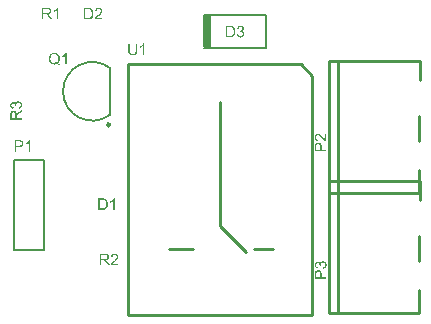
<source format=gto>
%FSLAX25Y25*%
%MOIN*%
G70*
G01*
G75*
G04 Layer_Color=65535*
%ADD10R,0.03543X0.03150*%
%ADD11R,0.03150X0.03543*%
%ADD12C,0.02500*%
%ADD13O,0.07874X0.03937*%
%ADD14O,0.07874X0.03937*%
%ADD15C,0.10000*%
%ADD16C,0.07874*%
%ADD17R,0.07874X0.07874*%
%ADD18C,0.12500*%
%ADD19R,0.05906X0.05906*%
%ADD20C,0.05906*%
%ADD21C,0.00984*%
%ADD22C,0.00787*%
%ADD23C,0.01000*%
%ADD24R,0.03150X0.11024*%
G36*
X362743Y328355D02*
X362790Y328349D01*
X362842Y328343D01*
X362901Y328338D01*
X362965Y328320D01*
X363105Y328285D01*
X363252Y328232D01*
X363328Y328197D01*
X363398Y328156D01*
X363462Y328104D01*
X363527Y328051D01*
X363532Y328045D01*
X363538Y328039D01*
X363556Y328022D01*
X363579Y327998D01*
X363603Y327963D01*
X363632Y327928D01*
X363690Y327840D01*
X363749Y327729D01*
X363802Y327601D01*
X363843Y327454D01*
X363848Y327372D01*
X363854Y327291D01*
Y327279D01*
Y327250D01*
X363848Y327203D01*
X363843Y327144D01*
X363831Y327074D01*
X363813Y326998D01*
X363790Y326916D01*
X363755Y326834D01*
X363749Y326822D01*
X363737Y326793D01*
X363714Y326752D01*
X363679Y326694D01*
X363638Y326624D01*
X363585Y326542D01*
X363515Y326460D01*
X363439Y326366D01*
X363427Y326354D01*
X363398Y326319D01*
X363345Y326267D01*
X363310Y326232D01*
X363269Y326191D01*
X363222Y326144D01*
X363164Y326091D01*
X363105Y326039D01*
X363041Y325974D01*
X362971Y325910D01*
X362889Y325840D01*
X362807Y325769D01*
X362714Y325688D01*
X362708Y325682D01*
X362696Y325670D01*
X362672Y325652D01*
X362643Y325629D01*
X362573Y325571D01*
X362485Y325495D01*
X362398Y325413D01*
X362304Y325331D01*
X362228Y325260D01*
X362199Y325231D01*
X362169Y325202D01*
X362163Y325196D01*
X362152Y325179D01*
X362128Y325155D01*
X362099Y325120D01*
X362035Y325044D01*
X361970Y324951D01*
X363860D01*
Y324500D01*
X361315D01*
Y324506D01*
Y324529D01*
Y324564D01*
X361321Y324605D01*
X361327Y324652D01*
X361333Y324705D01*
X361350Y324763D01*
X361368Y324822D01*
Y324828D01*
X361374Y324833D01*
X361385Y324869D01*
X361409Y324915D01*
X361444Y324986D01*
X361485Y325062D01*
X361543Y325149D01*
X361602Y325237D01*
X361678Y325331D01*
Y325337D01*
X361690Y325342D01*
X361719Y325377D01*
X361766Y325430D01*
X361836Y325500D01*
X361924Y325582D01*
X362029Y325682D01*
X362158Y325793D01*
X362298Y325916D01*
X362304Y325922D01*
X362327Y325939D01*
X362357Y325962D01*
X362398Y326004D01*
X362450Y326044D01*
X362509Y326097D01*
X362637Y326208D01*
X362778Y326343D01*
X362918Y326477D01*
X362988Y326542D01*
X363047Y326606D01*
X363100Y326670D01*
X363146Y326729D01*
Y326735D01*
X363158Y326741D01*
X363170Y326758D01*
X363181Y326782D01*
X363217Y326840D01*
X363258Y326916D01*
X363299Y327004D01*
X363334Y327097D01*
X363357Y327203D01*
X363369Y327302D01*
Y327308D01*
Y327314D01*
X363363Y327349D01*
X363357Y327402D01*
X363345Y327466D01*
X363316Y327542D01*
X363281Y327618D01*
X363234Y327700D01*
X363164Y327776D01*
X363152Y327782D01*
X363129Y327805D01*
X363082Y327835D01*
X363023Y327875D01*
X362947Y327911D01*
X362860Y327940D01*
X362754Y327963D01*
X362637Y327969D01*
X362602D01*
X362579Y327963D01*
X362520Y327957D01*
X362444Y327946D01*
X362357Y327916D01*
X362263Y327881D01*
X362175Y327829D01*
X362093Y327758D01*
X362087Y327747D01*
X362064Y327723D01*
X362029Y327677D01*
X361994Y327612D01*
X361953Y327530D01*
X361924Y327437D01*
X361900Y327326D01*
X361889Y327197D01*
X361403Y327250D01*
Y327255D01*
Y327273D01*
X361409Y327302D01*
X361415Y327337D01*
X361426Y327384D01*
X361432Y327437D01*
X361467Y327554D01*
X361514Y327688D01*
X361578Y327823D01*
X361666Y327957D01*
X361713Y328016D01*
X361772Y328074D01*
X361777Y328080D01*
X361789Y328086D01*
X361807Y328104D01*
X361830Y328121D01*
X361865Y328139D01*
X361906Y328168D01*
X361953Y328191D01*
X362006Y328221D01*
X362064Y328244D01*
X362128Y328273D01*
X362205Y328297D01*
X362281Y328314D01*
X362456Y328349D01*
X362550Y328355D01*
X362649Y328361D01*
X362702D01*
X362743Y328355D01*
D02*
G37*
G36*
X435850Y240925D02*
X435891Y240919D01*
X435944Y240913D01*
X435996Y240908D01*
X436055Y240890D01*
X436189Y240855D01*
X436324Y240796D01*
X436394Y240761D01*
X436464Y240720D01*
X436534Y240673D01*
X436599Y240615D01*
X436605Y240609D01*
X436611Y240597D01*
X436628Y240580D01*
X436651Y240556D01*
X436675Y240515D01*
X436704Y240475D01*
X436733Y240422D01*
X436763Y240357D01*
X436798Y240287D01*
X436827Y240206D01*
X436856Y240112D01*
X436880Y240012D01*
X436903Y239895D01*
X436920Y239773D01*
X436926Y239638D01*
X436932Y239492D01*
Y238509D01*
X438500D01*
Y238000D01*
X434656D01*
Y239445D01*
Y239451D01*
Y239462D01*
Y239480D01*
Y239509D01*
Y239574D01*
X434662Y239661D01*
X434668Y239755D01*
X434674Y239854D01*
X434686Y239948D01*
X434697Y240030D01*
Y240036D01*
Y240042D01*
X434709Y240077D01*
X434721Y240129D01*
X434738Y240194D01*
X434762Y240270D01*
X434791Y240346D01*
X434832Y240428D01*
X434879Y240504D01*
X434885Y240510D01*
X434902Y240539D01*
X434932Y240574D01*
X434972Y240615D01*
X435025Y240662D01*
X435089Y240714D01*
X435160Y240767D01*
X435247Y240814D01*
X435259Y240820D01*
X435288Y240831D01*
X435335Y240849D01*
X435399Y240872D01*
X435476Y240896D01*
X435563Y240913D01*
X435663Y240925D01*
X435768Y240931D01*
X435815D01*
X435850Y240925D01*
D02*
G37*
G36*
X437447Y243897D02*
X437494Y243891D01*
X437541Y243885D01*
X437599Y243873D01*
X437658Y243856D01*
X437792Y243815D01*
X437868Y243786D01*
X437938Y243745D01*
X438009Y243704D01*
X438079Y243657D01*
X438149Y243599D01*
X438219Y243534D01*
X438225Y243528D01*
X438237Y243517D01*
X438248Y243499D01*
X438272Y243470D01*
X438301Y243435D01*
X438330Y243388D01*
X438360Y243335D01*
X438389Y243283D01*
X438424Y243218D01*
X438453Y243148D01*
X438482Y243072D01*
X438512Y242990D01*
X438535Y242902D01*
X438547Y242809D01*
X438558Y242709D01*
X438564Y242610D01*
Y242604D01*
Y242586D01*
Y242563D01*
X438558Y242528D01*
X438553Y242481D01*
X438547Y242434D01*
X438541Y242376D01*
X438529Y242317D01*
X438494Y242183D01*
X438436Y242042D01*
X438406Y241972D01*
X438365Y241908D01*
X438319Y241838D01*
X438266Y241773D01*
X438260Y241767D01*
X438254Y241761D01*
X438237Y241744D01*
X438213Y241721D01*
X438178Y241697D01*
X438143Y241668D01*
X438102Y241633D01*
X438055Y241604D01*
X437938Y241533D01*
X437804Y241475D01*
X437652Y241422D01*
X437570Y241405D01*
X437482Y241393D01*
X437418Y241867D01*
X437424D01*
X437435Y241873D01*
X437459D01*
X437482Y241884D01*
X437552Y241902D01*
X437640Y241931D01*
X437734Y241966D01*
X437833Y242013D01*
X437921Y242072D01*
X437997Y242136D01*
X438003Y242148D01*
X438026Y242171D01*
X438050Y242212D01*
X438085Y242270D01*
X438114Y242335D01*
X438143Y242417D01*
X438167Y242510D01*
X438172Y242610D01*
Y242616D01*
Y242627D01*
Y242645D01*
X438167Y242668D01*
X438161Y242727D01*
X438143Y242803D01*
X438114Y242897D01*
X438079Y242990D01*
X438020Y243084D01*
X437944Y243171D01*
X437932Y243183D01*
X437903Y243207D01*
X437856Y243242D01*
X437786Y243288D01*
X437704Y243329D01*
X437605Y243364D01*
X437494Y243388D01*
X437371Y243400D01*
X437342D01*
X437318Y243394D01*
X437260Y243388D01*
X437184Y243370D01*
X437102Y243347D01*
X437008Y243306D01*
X436920Y243253D01*
X436839Y243183D01*
X436827Y243171D01*
X436803Y243148D01*
X436774Y243101D01*
X436733Y243037D01*
X436692Y242961D01*
X436663Y242867D01*
X436640Y242768D01*
X436628Y242651D01*
Y242645D01*
Y242627D01*
Y242598D01*
X436634Y242557D01*
X436640Y242510D01*
X436646Y242452D01*
X436657Y242388D01*
X436675Y242317D01*
X436260Y242370D01*
Y242376D01*
Y242399D01*
X436265Y242423D01*
Y242446D01*
Y242452D01*
Y242458D01*
Y242475D01*
Y242499D01*
X436260Y242551D01*
X436248Y242627D01*
X436230Y242709D01*
X436201Y242797D01*
X436166Y242891D01*
X436113Y242984D01*
X436107Y242996D01*
X436084Y243025D01*
X436043Y243060D01*
X435990Y243107D01*
X435926Y243154D01*
X435844Y243189D01*
X435745Y243218D01*
X435628Y243230D01*
X435587D01*
X435540Y243218D01*
X435476Y243207D01*
X435411Y243189D01*
X435341Y243154D01*
X435265Y243113D01*
X435201Y243054D01*
X435195Y243049D01*
X435171Y243025D01*
X435142Y242984D01*
X435113Y242932D01*
X435078Y242867D01*
X435054Y242791D01*
X435031Y242703D01*
X435025Y242604D01*
Y242598D01*
Y242592D01*
Y242557D01*
X435037Y242505D01*
X435048Y242446D01*
X435066Y242370D01*
X435101Y242294D01*
X435142Y242218D01*
X435201Y242142D01*
X435207Y242136D01*
X435230Y242113D01*
X435271Y242083D01*
X435329Y242048D01*
X435399Y242007D01*
X435487Y241972D01*
X435593Y241937D01*
X435715Y241914D01*
X435634Y241440D01*
X435628D01*
X435610Y241446D01*
X435587Y241452D01*
X435557Y241457D01*
X435517Y241469D01*
X435470Y241481D01*
X435364Y241522D01*
X435247Y241568D01*
X435124Y241639D01*
X435007Y241721D01*
X434902Y241826D01*
X434896Y241832D01*
X434891Y241838D01*
X434879Y241855D01*
X434861Y241884D01*
X434844Y241914D01*
X434820Y241949D01*
X434768Y242037D01*
X434721Y242148D01*
X434680Y242282D01*
X434651Y242428D01*
X434639Y242510D01*
Y242592D01*
Y242598D01*
Y242604D01*
Y242621D01*
Y242645D01*
X434645Y242703D01*
X434656Y242779D01*
X434674Y242867D01*
X434697Y242967D01*
X434733Y243066D01*
X434779Y243165D01*
Y243171D01*
X434785Y243177D01*
X434803Y243212D01*
X434832Y243259D01*
X434873Y243318D01*
X434926Y243382D01*
X434990Y243452D01*
X435066Y243517D01*
X435148Y243575D01*
X435160Y243581D01*
X435189Y243599D01*
X435236Y243622D01*
X435294Y243645D01*
X435370Y243669D01*
X435452Y243692D01*
X435540Y243710D01*
X435639Y243716D01*
X435680D01*
X435727Y243710D01*
X435786Y243698D01*
X435856Y243680D01*
X435932Y243657D01*
X436014Y243628D01*
X436090Y243581D01*
X436101Y243575D01*
X436125Y243558D01*
X436160Y243522D01*
X436207Y243481D01*
X436260Y243423D01*
X436312Y243359D01*
X436371Y243277D01*
X436417Y243183D01*
Y243189D01*
X436423Y243201D01*
Y243218D01*
X436435Y243242D01*
X436452Y243300D01*
X436488Y243376D01*
X436528Y243458D01*
X436587Y243546D01*
X436657Y243634D01*
X436745Y243710D01*
X436757Y243716D01*
X436792Y243739D01*
X436844Y243768D01*
X436915Y243809D01*
X437002Y243844D01*
X437108Y243873D01*
X437231Y243897D01*
X437365Y243903D01*
X437412D01*
X437447Y243897D01*
D02*
G37*
G36*
X351944Y309500D02*
X351470D01*
Y312507D01*
X351464Y312501D01*
X351441Y312478D01*
X351399Y312448D01*
X351347Y312407D01*
X351283Y312355D01*
X351206Y312302D01*
X351119Y312238D01*
X351019Y312179D01*
X351013D01*
X351008Y312174D01*
X350973Y312150D01*
X350920Y312121D01*
X350855Y312086D01*
X350779Y312045D01*
X350698Y312010D01*
X350610Y311969D01*
X350528Y311934D01*
Y312396D01*
X350534D01*
X350545Y312402D01*
X350569Y312413D01*
X350592Y312431D01*
X350627Y312448D01*
X350668Y312466D01*
X350762Y312519D01*
X350867Y312583D01*
X350984Y312659D01*
X351101Y312747D01*
X351212Y312840D01*
X351218Y312846D01*
X351224Y312852D01*
X351259Y312887D01*
X351312Y312940D01*
X351376Y313004D01*
X351446Y313086D01*
X351517Y313174D01*
X351581Y313267D01*
X351634Y313361D01*
X351944D01*
Y309500D01*
D02*
G37*
G36*
X347919Y313402D02*
X347966D01*
X348024Y313396D01*
X348083Y313384D01*
X348153Y313379D01*
X348299Y313343D01*
X348463Y313297D01*
X348627Y313238D01*
X348709Y313197D01*
X348791Y313150D01*
X348796D01*
X348808Y313139D01*
X348831Y313127D01*
X348861Y313104D01*
X348896Y313080D01*
X348937Y313045D01*
X349030Y312969D01*
X349136Y312870D01*
X349247Y312747D01*
X349346Y312606D01*
X349440Y312442D01*
Y312437D01*
X349451Y312425D01*
X349463Y312396D01*
X349475Y312361D01*
X349493Y312320D01*
X349510Y312273D01*
X349533Y312214D01*
X349557Y312144D01*
X349574Y312074D01*
X349598Y311992D01*
X349633Y311822D01*
X349656Y311629D01*
X349668Y311419D01*
Y311413D01*
Y311395D01*
Y311372D01*
Y311337D01*
X349662Y311296D01*
Y311249D01*
X349656Y311196D01*
X349650Y311132D01*
X349633Y311003D01*
X349604Y310857D01*
X349569Y310711D01*
X349522Y310565D01*
Y310559D01*
X349516Y310547D01*
X349504Y310530D01*
X349493Y310500D01*
X349481Y310471D01*
X349457Y310430D01*
X349411Y310342D01*
X349352Y310243D01*
X349276Y310132D01*
X349188Y310021D01*
X349083Y309910D01*
X349089D01*
X349100Y309898D01*
X349118Y309886D01*
X349141Y309869D01*
X349177Y309851D01*
X349212Y309828D01*
X349299Y309775D01*
X349399Y309716D01*
X349510Y309658D01*
X349627Y309599D01*
X349744Y309553D01*
X349586Y309208D01*
X349580D01*
X349569Y309213D01*
X349545Y309225D01*
X349516Y309237D01*
X349481Y309248D01*
X349434Y309272D01*
X349387Y309295D01*
X349329Y309319D01*
X349206Y309383D01*
X349065Y309465D01*
X348913Y309559D01*
X348761Y309670D01*
X348755D01*
X348744Y309658D01*
X348720Y309646D01*
X348685Y309634D01*
X348644Y309617D01*
X348597Y309594D01*
X348545Y309576D01*
X348486Y309553D01*
X348416Y309529D01*
X348346Y309512D01*
X348182Y309471D01*
X348007Y309447D01*
X347819Y309436D01*
X347767D01*
X347732Y309441D01*
X347685D01*
X347632Y309447D01*
X347574Y309459D01*
X347509Y309465D01*
X347363Y309494D01*
X347205Y309541D01*
X347041Y309599D01*
X346878Y309681D01*
X346872Y309687D01*
X346860Y309693D01*
X346836Y309711D01*
X346807Y309728D01*
X346772Y309752D01*
X346731Y309787D01*
X346638Y309863D01*
X346532Y309962D01*
X346427Y310085D01*
X346322Y310225D01*
X346228Y310389D01*
Y310395D01*
X346216Y310413D01*
X346205Y310436D01*
X346193Y310471D01*
X346176Y310512D01*
X346158Y310565D01*
X346134Y310623D01*
X346117Y310688D01*
X346094Y310764D01*
X346070Y310840D01*
X346035Y311015D01*
X346012Y311208D01*
X346000Y311419D01*
Y311425D01*
Y311442D01*
Y311477D01*
X346006Y311512D01*
Y311565D01*
X346012Y311624D01*
X346018Y311688D01*
X346029Y311758D01*
X346059Y311922D01*
X346094Y312092D01*
X346152Y312273D01*
X346228Y312448D01*
Y312454D01*
X346240Y312472D01*
X346252Y312495D01*
X346269Y312524D01*
X346292Y312565D01*
X346322Y312612D01*
X346398Y312712D01*
X346491Y312829D01*
X346603Y312946D01*
X346731Y313063D01*
X346883Y313162D01*
X346889Y313168D01*
X346901Y313174D01*
X346924Y313186D01*
X346959Y313203D01*
X347000Y313221D01*
X347047Y313238D01*
X347100Y313262D01*
X347164Y313285D01*
X347229Y313308D01*
X347305Y313332D01*
X347463Y313367D01*
X347644Y313396D01*
X347831Y313408D01*
X347884D01*
X347919Y313402D01*
D02*
G37*
G36*
X438500Y283823D02*
X438436D01*
X438395Y283829D01*
X438348Y283835D01*
X438295Y283840D01*
X438237Y283858D01*
X438178Y283875D01*
X438172D01*
X438167Y283881D01*
X438132Y283893D01*
X438085Y283916D01*
X438015Y283951D01*
X437938Y283993D01*
X437851Y284051D01*
X437763Y284109D01*
X437669Y284186D01*
X437664D01*
X437658Y284197D01*
X437622Y284226D01*
X437570Y284273D01*
X437500Y284343D01*
X437418Y284431D01*
X437318Y284537D01*
X437207Y284665D01*
X437084Y284806D01*
X437078Y284811D01*
X437061Y284835D01*
X437038Y284864D01*
X436997Y284905D01*
X436956Y284958D01*
X436903Y285016D01*
X436792Y285145D01*
X436657Y285285D01*
X436523Y285426D01*
X436458Y285496D01*
X436394Y285554D01*
X436330Y285607D01*
X436271Y285654D01*
X436265D01*
X436260Y285665D01*
X436242Y285677D01*
X436219Y285689D01*
X436160Y285724D01*
X436084Y285765D01*
X435996Y285806D01*
X435903Y285841D01*
X435797Y285864D01*
X435698Y285876D01*
X435686D01*
X435651Y285870D01*
X435598Y285864D01*
X435534Y285853D01*
X435458Y285823D01*
X435382Y285788D01*
X435300Y285742D01*
X435224Y285671D01*
X435218Y285660D01*
X435195Y285636D01*
X435166Y285590D01*
X435124Y285531D01*
X435089Y285455D01*
X435060Y285367D01*
X435037Y285262D01*
X435031Y285145D01*
Y285139D01*
Y285127D01*
Y285110D01*
X435037Y285086D01*
X435043Y285028D01*
X435054Y284952D01*
X435084Y284864D01*
X435119Y284770D01*
X435171Y284683D01*
X435242Y284601D01*
X435253Y284595D01*
X435277Y284572D01*
X435323Y284537D01*
X435388Y284501D01*
X435470Y284460D01*
X435563Y284431D01*
X435674Y284408D01*
X435803Y284396D01*
X435750Y283911D01*
X435727D01*
X435698Y283916D01*
X435663Y283922D01*
X435616Y283934D01*
X435563Y283940D01*
X435446Y283975D01*
X435312Y284022D01*
X435177Y284086D01*
X435043Y284174D01*
X434984Y284221D01*
X434926Y284279D01*
X434920Y284285D01*
X434914Y284297D01*
X434896Y284314D01*
X434879Y284338D01*
X434861Y284373D01*
X434832Y284414D01*
X434809Y284460D01*
X434779Y284513D01*
X434756Y284572D01*
X434727Y284636D01*
X434703Y284712D01*
X434686Y284788D01*
X434651Y284963D01*
X434645Y285057D01*
X434639Y285157D01*
Y285162D01*
Y285180D01*
Y285209D01*
X434645Y285250D01*
X434651Y285297D01*
X434656Y285350D01*
X434662Y285408D01*
X434680Y285472D01*
X434715Y285613D01*
X434768Y285759D01*
X434803Y285835D01*
X434844Y285905D01*
X434896Y285970D01*
X434949Y286034D01*
X434955Y286040D01*
X434961Y286046D01*
X434978Y286063D01*
X435002Y286087D01*
X435037Y286110D01*
X435072Y286139D01*
X435160Y286198D01*
X435271Y286256D01*
X435399Y286309D01*
X435546Y286350D01*
X435628Y286356D01*
X435710Y286362D01*
X435750D01*
X435797Y286356D01*
X435856Y286350D01*
X435926Y286338D01*
X436002Y286321D01*
X436084Y286297D01*
X436166Y286262D01*
X436177Y286256D01*
X436207Y286245D01*
X436248Y286221D01*
X436306Y286186D01*
X436376Y286145D01*
X436458Y286093D01*
X436540Y286022D01*
X436634Y285946D01*
X436646Y285935D01*
X436681Y285905D01*
X436733Y285853D01*
X436768Y285818D01*
X436809Y285777D01*
X436856Y285730D01*
X436909Y285671D01*
X436961Y285613D01*
X437026Y285548D01*
X437090Y285478D01*
X437160Y285397D01*
X437231Y285315D01*
X437312Y285221D01*
X437318Y285215D01*
X437330Y285203D01*
X437348Y285180D01*
X437371Y285151D01*
X437429Y285081D01*
X437505Y284993D01*
X437587Y284905D01*
X437669Y284811D01*
X437740Y284735D01*
X437769Y284706D01*
X437798Y284677D01*
X437804Y284671D01*
X437821Y284659D01*
X437845Y284636D01*
X437880Y284607D01*
X437956Y284542D01*
X438050Y284478D01*
Y286368D01*
X438500D01*
Y283823D01*
D02*
G37*
G36*
X336261Y284238D02*
X336355Y284232D01*
X336454Y284226D01*
X336548Y284214D01*
X336630Y284203D01*
X336642D01*
X336677Y284191D01*
X336729Y284179D01*
X336794Y284161D01*
X336870Y284138D01*
X336946Y284109D01*
X337028Y284068D01*
X337104Y284021D01*
X337110Y284015D01*
X337139Y283998D01*
X337174Y283968D01*
X337215Y283928D01*
X337262Y283875D01*
X337314Y283811D01*
X337367Y283740D01*
X337414Y283653D01*
X337420Y283641D01*
X337431Y283612D01*
X337449Y283565D01*
X337472Y283501D01*
X337496Y283424D01*
X337513Y283337D01*
X337525Y283237D01*
X337531Y283132D01*
Y283126D01*
Y283109D01*
Y283085D01*
X337525Y283050D01*
X337519Y283009D01*
X337513Y282956D01*
X337508Y282904D01*
X337490Y282845D01*
X337455Y282711D01*
X337396Y282576D01*
X337361Y282506D01*
X337320Y282436D01*
X337274Y282366D01*
X337215Y282301D01*
X337209Y282295D01*
X337197Y282290D01*
X337180Y282272D01*
X337156Y282249D01*
X337116Y282225D01*
X337074Y282196D01*
X337022Y282167D01*
X336958Y282137D01*
X336887Y282102D01*
X336806Y282073D01*
X336712Y282044D01*
X336612Y282020D01*
X336495Y281997D01*
X336373Y281979D01*
X336238Y281974D01*
X336092Y281968D01*
X335109D01*
Y280400D01*
X334600D01*
Y284243D01*
X336174D01*
X336261Y284238D01*
D02*
G37*
G36*
X409996Y322355D02*
X410072Y322343D01*
X410160Y322326D01*
X410259Y322303D01*
X410359Y322267D01*
X410458Y322221D01*
X410464D01*
X410470Y322215D01*
X410505Y322197D01*
X410552Y322168D01*
X410610Y322127D01*
X410674Y322074D01*
X410745Y322010D01*
X410809Y321934D01*
X410868Y321852D01*
X410873Y321840D01*
X410891Y321811D01*
X410914Y321764D01*
X410938Y321706D01*
X410961Y321630D01*
X410985Y321548D01*
X411002Y321460D01*
X411008Y321361D01*
Y321349D01*
Y321320D01*
X411002Y321273D01*
X410990Y321214D01*
X410973Y321144D01*
X410949Y321068D01*
X410920Y320986D01*
X410873Y320910D01*
X410868Y320899D01*
X410850Y320875D01*
X410815Y320840D01*
X410774Y320793D01*
X410715Y320741D01*
X410651Y320688D01*
X410569Y320629D01*
X410476Y320583D01*
X410482D01*
X410493Y320577D01*
X410511D01*
X410534Y320565D01*
X410593Y320548D01*
X410669Y320512D01*
X410751Y320472D01*
X410838Y320413D01*
X410926Y320343D01*
X411002Y320255D01*
X411008Y320243D01*
X411031Y320208D01*
X411061Y320156D01*
X411102Y320085D01*
X411137Y319998D01*
X411166Y319892D01*
X411189Y319770D01*
X411195Y319635D01*
Y319629D01*
Y319612D01*
Y319588D01*
X411189Y319553D01*
X411183Y319506D01*
X411178Y319459D01*
X411166Y319401D01*
X411148Y319342D01*
X411107Y319208D01*
X411078Y319132D01*
X411037Y319062D01*
X410996Y318991D01*
X410949Y318921D01*
X410891Y318851D01*
X410827Y318781D01*
X410821Y318775D01*
X410809Y318763D01*
X410791Y318752D01*
X410762Y318728D01*
X410727Y318699D01*
X410680Y318670D01*
X410628Y318640D01*
X410575Y318611D01*
X410511Y318576D01*
X410440Y318547D01*
X410364Y318517D01*
X410283Y318488D01*
X410195Y318465D01*
X410101Y318453D01*
X410002Y318442D01*
X409902Y318436D01*
X409856D01*
X409820Y318442D01*
X409774Y318447D01*
X409727Y318453D01*
X409668Y318459D01*
X409610Y318471D01*
X409475Y318506D01*
X409335Y318564D01*
X409265Y318594D01*
X409200Y318635D01*
X409130Y318681D01*
X409066Y318734D01*
X409060Y318740D01*
X409054Y318746D01*
X409036Y318763D01*
X409013Y318787D01*
X408990Y318822D01*
X408960Y318857D01*
X408925Y318898D01*
X408896Y318945D01*
X408826Y319062D01*
X408767Y319196D01*
X408715Y319348D01*
X408697Y319430D01*
X408685Y319518D01*
X409159Y319582D01*
Y319576D01*
X409165Y319565D01*
Y319541D01*
X409177Y319518D01*
X409195Y319448D01*
X409224Y319360D01*
X409259Y319266D01*
X409306Y319167D01*
X409364Y319079D01*
X409429Y319003D01*
X409440Y318997D01*
X409464Y318974D01*
X409505Y318951D01*
X409563Y318915D01*
X409627Y318886D01*
X409709Y318857D01*
X409803Y318833D01*
X409902Y318828D01*
X409937D01*
X409961Y318833D01*
X410019Y318839D01*
X410095Y318857D01*
X410189Y318886D01*
X410283Y318921D01*
X410376Y318980D01*
X410464Y319056D01*
X410476Y319068D01*
X410499Y319097D01*
X410534Y319144D01*
X410581Y319214D01*
X410622Y319296D01*
X410657Y319395D01*
X410680Y319506D01*
X410692Y319629D01*
Y319635D01*
Y319641D01*
Y319658D01*
X410686Y319682D01*
X410680Y319740D01*
X410663Y319816D01*
X410639Y319898D01*
X410598Y319992D01*
X410546Y320079D01*
X410476Y320161D01*
X410464Y320173D01*
X410440Y320197D01*
X410394Y320226D01*
X410329Y320267D01*
X410253Y320308D01*
X410160Y320337D01*
X410060Y320360D01*
X409943Y320372D01*
X409891D01*
X409850Y320366D01*
X409803Y320360D01*
X409744Y320354D01*
X409680Y320343D01*
X409610Y320325D01*
X409662Y320741D01*
X409692D01*
X409715Y320735D01*
X409791D01*
X409844Y320741D01*
X409920Y320752D01*
X410002Y320770D01*
X410089Y320799D01*
X410183Y320834D01*
X410277Y320887D01*
X410288Y320893D01*
X410318Y320916D01*
X410353Y320957D01*
X410399Y321010D01*
X410446Y321074D01*
X410482Y321156D01*
X410511Y321255D01*
X410522Y321372D01*
Y321378D01*
Y321384D01*
Y321413D01*
X410511Y321460D01*
X410499Y321524D01*
X410482Y321589D01*
X410446Y321659D01*
X410405Y321735D01*
X410347Y321799D01*
X410341Y321805D01*
X410318Y321829D01*
X410277Y321858D01*
X410224Y321887D01*
X410160Y321922D01*
X410084Y321946D01*
X409996Y321969D01*
X409897Y321975D01*
X409850D01*
X409797Y321963D01*
X409738Y321952D01*
X409662Y321934D01*
X409586Y321899D01*
X409510Y321858D01*
X409434Y321799D01*
X409429Y321794D01*
X409405Y321770D01*
X409376Y321729D01*
X409341Y321671D01*
X409300Y321601D01*
X409265Y321513D01*
X409230Y321408D01*
X409206Y321285D01*
X408732Y321367D01*
Y321372D01*
X408738Y321390D01*
X408744Y321413D01*
X408750Y321443D01*
X408762Y321483D01*
X408773Y321530D01*
X408814Y321636D01*
X408861Y321753D01*
X408931Y321876D01*
X409013Y321992D01*
X409118Y322098D01*
X409124Y322104D01*
X409130Y322110D01*
X409148Y322121D01*
X409177Y322139D01*
X409206Y322156D01*
X409241Y322180D01*
X409329Y322232D01*
X409440Y322279D01*
X409575Y322320D01*
X409721Y322349D01*
X409803Y322361D01*
X409937D01*
X409996Y322355D01*
D02*
G37*
G36*
X339766Y280400D02*
X339292D01*
Y283407D01*
X339286Y283401D01*
X339262Y283378D01*
X339222Y283348D01*
X339169Y283308D01*
X339105Y283255D01*
X339029Y283202D01*
X338941Y283138D01*
X338841Y283079D01*
X338835D01*
X338830Y283073D01*
X338794Y283050D01*
X338742Y283021D01*
X338677Y282986D01*
X338601Y282945D01*
X338520Y282910D01*
X338432Y282869D01*
X338350Y282834D01*
Y283296D01*
X338356D01*
X338367Y283302D01*
X338391Y283313D01*
X338414Y283331D01*
X338449Y283348D01*
X338490Y283366D01*
X338584Y283419D01*
X338689Y283483D01*
X338806Y283559D01*
X338923Y283647D01*
X339034Y283740D01*
X339040Y283746D01*
X339046Y283752D01*
X339081Y283787D01*
X339134Y283840D01*
X339198Y283904D01*
X339268Y283986D01*
X339338Y284074D01*
X339403Y284167D01*
X339456Y284261D01*
X339766D01*
Y280400D01*
D02*
G37*
G36*
X435850Y283425D02*
X435891Y283419D01*
X435944Y283413D01*
X435996Y283407D01*
X436055Y283390D01*
X436189Y283355D01*
X436324Y283296D01*
X436394Y283261D01*
X436464Y283220D01*
X436534Y283173D01*
X436599Y283115D01*
X436605Y283109D01*
X436611Y283097D01*
X436628Y283080D01*
X436651Y283056D01*
X436675Y283015D01*
X436704Y282975D01*
X436733Y282922D01*
X436763Y282857D01*
X436798Y282787D01*
X436827Y282705D01*
X436856Y282612D01*
X436880Y282512D01*
X436903Y282395D01*
X436920Y282273D01*
X436926Y282138D01*
X436932Y281992D01*
Y281009D01*
X438500D01*
Y280500D01*
X434656D01*
Y281945D01*
Y281951D01*
Y281962D01*
Y281980D01*
Y282009D01*
Y282074D01*
X434662Y282161D01*
X434668Y282255D01*
X434674Y282354D01*
X434686Y282448D01*
X434697Y282530D01*
Y282536D01*
Y282542D01*
X434709Y282577D01*
X434721Y282629D01*
X434738Y282694D01*
X434762Y282770D01*
X434791Y282846D01*
X434832Y282928D01*
X434879Y283004D01*
X434885Y283010D01*
X434902Y283039D01*
X434932Y283074D01*
X434972Y283115D01*
X435025Y283162D01*
X435089Y283214D01*
X435160Y283267D01*
X435247Y283314D01*
X435259Y283320D01*
X435288Y283331D01*
X435335Y283349D01*
X435399Y283372D01*
X435476Y283396D01*
X435563Y283413D01*
X435663Y283425D01*
X435768Y283431D01*
X435815D01*
X435850Y283425D01*
D02*
G37*
G36*
X406574Y322338D02*
X406679Y322332D01*
X406796Y322320D01*
X406907Y322303D01*
X407001Y322285D01*
X407007D01*
X407018Y322279D01*
X407030D01*
X407053Y322267D01*
X407118Y322250D01*
X407194Y322221D01*
X407281Y322185D01*
X407375Y322139D01*
X407469Y322080D01*
X407562Y322010D01*
X407568D01*
X407574Y321998D01*
X407615Y321963D01*
X407668Y321905D01*
X407732Y321829D01*
X407808Y321735D01*
X407884Y321624D01*
X407954Y321495D01*
X408019Y321349D01*
Y321343D01*
X408024Y321331D01*
X408030Y321308D01*
X408042Y321279D01*
X408054Y321244D01*
X408065Y321197D01*
X408083Y321144D01*
X408095Y321086D01*
X408106Y321021D01*
X408124Y320951D01*
X408147Y320799D01*
X408165Y320629D01*
X408171Y320442D01*
Y320436D01*
Y320425D01*
Y320401D01*
Y320366D01*
X408165Y320331D01*
Y320284D01*
X408159Y320179D01*
X408147Y320062D01*
X408124Y319927D01*
X408101Y319793D01*
X408065Y319664D01*
Y319658D01*
X408060Y319647D01*
X408054Y319629D01*
X408048Y319606D01*
X408024Y319547D01*
X407995Y319465D01*
X407960Y319377D01*
X407913Y319284D01*
X407861Y319190D01*
X407802Y319103D01*
X407796Y319091D01*
X407773Y319068D01*
X407744Y319026D01*
X407697Y318974D01*
X407650Y318921D01*
X407586Y318863D01*
X407521Y318804D01*
X407451Y318752D01*
X407445Y318746D01*
X407416Y318734D01*
X407375Y318711D01*
X407322Y318681D01*
X407258Y318652D01*
X407182Y318623D01*
X407094Y318594D01*
X406995Y318564D01*
X406983D01*
X406948Y318553D01*
X406895Y318547D01*
X406819Y318535D01*
X406732Y318523D01*
X406626Y318512D01*
X406509Y318506D01*
X406381Y318500D01*
X405000D01*
Y322343D01*
X406474D01*
X406574Y322338D01*
D02*
G37*
G36*
X359274Y328338D02*
X359379Y328332D01*
X359496Y328320D01*
X359607Y328303D01*
X359701Y328285D01*
X359707D01*
X359718Y328279D01*
X359730D01*
X359753Y328267D01*
X359818Y328250D01*
X359894Y328221D01*
X359981Y328186D01*
X360075Y328139D01*
X360169Y328080D01*
X360262Y328010D01*
X360268D01*
X360274Y327998D01*
X360315Y327963D01*
X360368Y327905D01*
X360432Y327829D01*
X360508Y327735D01*
X360584Y327624D01*
X360654Y327495D01*
X360719Y327349D01*
Y327343D01*
X360724Y327331D01*
X360730Y327308D01*
X360742Y327279D01*
X360754Y327244D01*
X360765Y327197D01*
X360783Y327144D01*
X360795Y327086D01*
X360806Y327021D01*
X360824Y326951D01*
X360847Y326799D01*
X360865Y326629D01*
X360871Y326442D01*
Y326436D01*
Y326425D01*
Y326401D01*
Y326366D01*
X360865Y326331D01*
Y326284D01*
X360859Y326179D01*
X360847Y326062D01*
X360824Y325927D01*
X360801Y325793D01*
X360765Y325664D01*
Y325658D01*
X360759Y325647D01*
X360754Y325629D01*
X360748Y325606D01*
X360724Y325547D01*
X360695Y325465D01*
X360660Y325377D01*
X360613Y325284D01*
X360561Y325190D01*
X360502Y325103D01*
X360496Y325091D01*
X360473Y325067D01*
X360444Y325026D01*
X360397Y324974D01*
X360350Y324921D01*
X360286Y324863D01*
X360221Y324804D01*
X360151Y324751D01*
X360145Y324746D01*
X360116Y324734D01*
X360075Y324711D01*
X360022Y324681D01*
X359958Y324652D01*
X359882Y324623D01*
X359794Y324594D01*
X359695Y324564D01*
X359683D01*
X359648Y324553D01*
X359595Y324547D01*
X359519Y324535D01*
X359432Y324523D01*
X359326Y324512D01*
X359209Y324506D01*
X359081Y324500D01*
X357700D01*
Y328343D01*
X359174D01*
X359274Y328338D01*
D02*
G37*
G36*
X337000Y293744D02*
X336204Y293235D01*
X336198D01*
X336187Y293223D01*
X336169Y293211D01*
X336146Y293200D01*
X336087Y293159D01*
X336011Y293106D01*
X335924Y293047D01*
X335836Y292983D01*
X335754Y292925D01*
X335678Y292866D01*
X335672Y292860D01*
X335649Y292843D01*
X335613Y292813D01*
X335573Y292784D01*
X335491Y292696D01*
X335450Y292655D01*
X335420Y292609D01*
X335415Y292603D01*
X335409Y292591D01*
X335397Y292568D01*
X335380Y292538D01*
X335345Y292468D01*
X335315Y292381D01*
Y292375D01*
X335309Y292363D01*
Y292340D01*
X335303Y292310D01*
X335298Y292269D01*
Y292223D01*
X335292Y292164D01*
Y292094D01*
Y291509D01*
X337000D01*
Y291000D01*
X333157D01*
Y292702D01*
Y292708D01*
Y292726D01*
Y292749D01*
Y292784D01*
X333162Y292831D01*
Y292878D01*
X333168Y292995D01*
X333180Y293118D01*
X333203Y293246D01*
X333227Y293369D01*
X333244Y293428D01*
X333262Y293480D01*
Y293486D01*
X333268Y293492D01*
X333279Y293527D01*
X333309Y293574D01*
X333350Y293633D01*
X333396Y293703D01*
X333461Y293773D01*
X333537Y293843D01*
X333630Y293907D01*
X333642Y293913D01*
X333677Y293931D01*
X333730Y293960D01*
X333800Y293989D01*
X333888Y294019D01*
X333987Y294048D01*
X334092Y294065D01*
X334209Y294071D01*
X334250D01*
X334280Y294065D01*
X334315D01*
X334356Y294059D01*
X334449Y294036D01*
X334561Y294007D01*
X334672Y293960D01*
X334789Y293890D01*
X334847Y293849D01*
X334900Y293802D01*
X334911Y293791D01*
X334923Y293773D01*
X334947Y293755D01*
X334964Y293726D01*
X334993Y293691D01*
X335017Y293650D01*
X335046Y293603D01*
X335075Y293551D01*
X335105Y293486D01*
X335134Y293422D01*
X335163Y293346D01*
X335192Y293270D01*
X335216Y293182D01*
X335233Y293089D01*
X335251Y292989D01*
X335257Y293001D01*
X335268Y293024D01*
X335286Y293059D01*
X335309Y293100D01*
X335374Y293200D01*
X335409Y293252D01*
X335444Y293293D01*
X335456Y293305D01*
X335479Y293334D01*
X335526Y293375D01*
X335584Y293428D01*
X335660Y293492D01*
X335748Y293562D01*
X335848Y293638D01*
X335959Y293714D01*
X337000Y294381D01*
Y293744D01*
D02*
G37*
G36*
X364074Y264838D02*
X364179Y264832D01*
X364296Y264820D01*
X364407Y264803D01*
X364501Y264785D01*
X364507D01*
X364518Y264779D01*
X364530D01*
X364553Y264767D01*
X364618Y264750D01*
X364694Y264721D01*
X364781Y264686D01*
X364875Y264639D01*
X364969Y264580D01*
X365062Y264510D01*
X365068D01*
X365074Y264498D01*
X365115Y264463D01*
X365168Y264405D01*
X365232Y264329D01*
X365308Y264235D01*
X365384Y264124D01*
X365454Y263995D01*
X365519Y263849D01*
Y263843D01*
X365524Y263831D01*
X365530Y263808D01*
X365542Y263779D01*
X365554Y263744D01*
X365565Y263697D01*
X365583Y263644D01*
X365595Y263586D01*
X365606Y263521D01*
X365624Y263451D01*
X365647Y263299D01*
X365665Y263129D01*
X365671Y262942D01*
Y262936D01*
Y262925D01*
Y262901D01*
Y262866D01*
X365665Y262831D01*
Y262784D01*
X365659Y262679D01*
X365647Y262562D01*
X365624Y262427D01*
X365600Y262293D01*
X365565Y262164D01*
Y262158D01*
X365560Y262147D01*
X365554Y262129D01*
X365548Y262106D01*
X365524Y262047D01*
X365495Y261965D01*
X365460Y261877D01*
X365413Y261784D01*
X365361Y261690D01*
X365302Y261603D01*
X365296Y261591D01*
X365273Y261567D01*
X365244Y261526D01*
X365197Y261474D01*
X365150Y261421D01*
X365086Y261363D01*
X365021Y261304D01*
X364951Y261251D01*
X364945Y261246D01*
X364916Y261234D01*
X364875Y261211D01*
X364822Y261181D01*
X364758Y261152D01*
X364682Y261123D01*
X364594Y261094D01*
X364495Y261064D01*
X364483D01*
X364448Y261053D01*
X364395Y261047D01*
X364319Y261035D01*
X364232Y261023D01*
X364126Y261012D01*
X364009Y261006D01*
X363881Y261000D01*
X362500D01*
Y264843D01*
X363974D01*
X364074Y264838D01*
D02*
G37*
G36*
X335947Y297183D02*
X335994Y297178D01*
X336041Y297172D01*
X336099Y297160D01*
X336158Y297143D01*
X336292Y297101D01*
X336368Y297072D01*
X336438Y297031D01*
X336509Y296990D01*
X336579Y296944D01*
X336649Y296885D01*
X336719Y296821D01*
X336725Y296815D01*
X336737Y296803D01*
X336749Y296786D01*
X336772Y296756D01*
X336801Y296721D01*
X336830Y296674D01*
X336860Y296622D01*
X336889Y296569D01*
X336924Y296505D01*
X336953Y296435D01*
X336982Y296359D01*
X337012Y296277D01*
X337035Y296189D01*
X337047Y296095D01*
X337058Y295996D01*
X337064Y295897D01*
Y295891D01*
Y295873D01*
Y295850D01*
X337058Y295815D01*
X337053Y295768D01*
X337047Y295721D01*
X337041Y295662D01*
X337029Y295604D01*
X336994Y295469D01*
X336936Y295329D01*
X336906Y295259D01*
X336865Y295195D01*
X336819Y295124D01*
X336766Y295060D01*
X336760Y295054D01*
X336754Y295048D01*
X336737Y295031D01*
X336713Y295007D01*
X336678Y294984D01*
X336643Y294955D01*
X336602Y294919D01*
X336555Y294890D01*
X336438Y294820D01*
X336304Y294761D01*
X336152Y294709D01*
X336070Y294691D01*
X335982Y294680D01*
X335918Y295153D01*
X335924D01*
X335935Y295159D01*
X335959D01*
X335982Y295171D01*
X336052Y295189D01*
X336140Y295218D01*
X336234Y295253D01*
X336333Y295300D01*
X336421Y295358D01*
X336497Y295423D01*
X336503Y295434D01*
X336526Y295458D01*
X336549Y295499D01*
X336585Y295557D01*
X336614Y295621D01*
X336643Y295703D01*
X336667Y295797D01*
X336672Y295897D01*
Y295902D01*
Y295914D01*
Y295932D01*
X336667Y295955D01*
X336661Y296013D01*
X336643Y296090D01*
X336614Y296183D01*
X336579Y296277D01*
X336520Y296370D01*
X336444Y296458D01*
X336433Y296470D01*
X336403Y296493D01*
X336356Y296528D01*
X336286Y296575D01*
X336204Y296616D01*
X336105Y296651D01*
X335994Y296674D01*
X335871Y296686D01*
X335842D01*
X335818Y296680D01*
X335760Y296674D01*
X335684Y296657D01*
X335602Y296634D01*
X335508Y296593D01*
X335420Y296540D01*
X335339Y296470D01*
X335327Y296458D01*
X335303Y296435D01*
X335274Y296388D01*
X335233Y296323D01*
X335192Y296247D01*
X335163Y296154D01*
X335140Y296054D01*
X335128Y295937D01*
Y295932D01*
Y295914D01*
Y295885D01*
X335134Y295844D01*
X335140Y295797D01*
X335146Y295739D01*
X335157Y295674D01*
X335175Y295604D01*
X334759Y295657D01*
Y295662D01*
Y295686D01*
X334765Y295709D01*
Y295733D01*
Y295739D01*
Y295744D01*
Y295762D01*
Y295785D01*
X334759Y295838D01*
X334748Y295914D01*
X334730Y295996D01*
X334701Y296084D01*
X334666Y296177D01*
X334613Y296271D01*
X334607Y296283D01*
X334584Y296312D01*
X334543Y296347D01*
X334490Y296394D01*
X334426Y296441D01*
X334344Y296476D01*
X334245Y296505D01*
X334128Y296517D01*
X334087D01*
X334040Y296505D01*
X333976Y296493D01*
X333911Y296476D01*
X333841Y296441D01*
X333765Y296399D01*
X333701Y296341D01*
X333695Y296335D01*
X333671Y296312D01*
X333642Y296271D01*
X333613Y296218D01*
X333578Y296154D01*
X333554Y296078D01*
X333531Y295990D01*
X333525Y295891D01*
Y295885D01*
Y295879D01*
Y295844D01*
X333537Y295791D01*
X333548Y295733D01*
X333566Y295657D01*
X333601Y295581D01*
X333642Y295504D01*
X333701Y295428D01*
X333706Y295423D01*
X333730Y295399D01*
X333771Y295370D01*
X333829Y295335D01*
X333899Y295294D01*
X333987Y295259D01*
X334092Y295224D01*
X334215Y295200D01*
X334134Y294726D01*
X334128D01*
X334110Y294732D01*
X334087Y294738D01*
X334057Y294744D01*
X334016Y294756D01*
X333970Y294767D01*
X333864Y294808D01*
X333747Y294855D01*
X333625Y294925D01*
X333507Y295007D01*
X333402Y295113D01*
X333396Y295118D01*
X333390Y295124D01*
X333379Y295142D01*
X333361Y295171D01*
X333344Y295200D01*
X333320Y295235D01*
X333268Y295323D01*
X333221Y295434D01*
X333180Y295569D01*
X333151Y295715D01*
X333139Y295797D01*
Y295879D01*
Y295885D01*
Y295891D01*
Y295908D01*
Y295932D01*
X333145Y295990D01*
X333157Y296066D01*
X333174Y296154D01*
X333197Y296253D01*
X333233Y296353D01*
X333279Y296452D01*
Y296458D01*
X333285Y296464D01*
X333303Y296499D01*
X333332Y296546D01*
X333373Y296604D01*
X333426Y296669D01*
X333490Y296739D01*
X333566Y296803D01*
X333648Y296862D01*
X333660Y296867D01*
X333689Y296885D01*
X333736Y296908D01*
X333794Y296932D01*
X333870Y296955D01*
X333952Y296979D01*
X334040Y296996D01*
X334139Y297002D01*
X334180D01*
X334227Y296996D01*
X334286Y296985D01*
X334356Y296967D01*
X334432Y296944D01*
X334514Y296914D01*
X334590Y296867D01*
X334601Y296862D01*
X334625Y296844D01*
X334660Y296809D01*
X334707Y296768D01*
X334759Y296710D01*
X334812Y296645D01*
X334871Y296563D01*
X334917Y296470D01*
Y296476D01*
X334923Y296487D01*
Y296505D01*
X334935Y296528D01*
X334952Y296587D01*
X334988Y296663D01*
X335029Y296745D01*
X335087Y296832D01*
X335157Y296920D01*
X335245Y296996D01*
X335257Y297002D01*
X335292Y297025D01*
X335345Y297055D01*
X335415Y297096D01*
X335502Y297131D01*
X335608Y297160D01*
X335731Y297183D01*
X335865Y297189D01*
X335912D01*
X335947Y297183D01*
D02*
G37*
G36*
X375419Y314220D02*
Y314215D01*
Y314197D01*
Y314168D01*
Y314127D01*
X375413Y314074D01*
Y314021D01*
X375407Y313957D01*
X375401Y313887D01*
X375383Y313741D01*
X375360Y313589D01*
X375331Y313437D01*
X375284Y313302D01*
Y313296D01*
X375278Y313284D01*
X375272Y313267D01*
X375261Y313244D01*
X375226Y313185D01*
X375179Y313103D01*
X375114Y313015D01*
X375032Y312922D01*
X374927Y312834D01*
X374810Y312746D01*
X374804D01*
X374793Y312735D01*
X374775Y312729D01*
X374746Y312711D01*
X374717Y312699D01*
X374676Y312682D01*
X374623Y312659D01*
X374570Y312641D01*
X374512Y312623D01*
X374442Y312600D01*
X374372Y312582D01*
X374290Y312571D01*
X374114Y312547D01*
X373915Y312536D01*
X373863D01*
X373827Y312542D01*
X373781D01*
X373728Y312547D01*
X373670Y312553D01*
X373605Y312559D01*
X373465Y312582D01*
X373318Y312612D01*
X373166Y312659D01*
X373032Y312717D01*
X373026D01*
X373014Y312729D01*
X373003Y312735D01*
X372979Y312752D01*
X372915Y312793D01*
X372845Y312857D01*
X372763Y312933D01*
X372687Y313021D01*
X372611Y313132D01*
X372546Y313255D01*
Y313261D01*
X372540Y313273D01*
X372534Y313290D01*
X372523Y313319D01*
X372511Y313355D01*
X372499Y313402D01*
X372488Y313454D01*
X372476Y313513D01*
X372459Y313577D01*
X372447Y313647D01*
X372435Y313729D01*
X372423Y313811D01*
X372412Y313905D01*
X372406Y314004D01*
X372400Y314109D01*
Y314220D01*
Y316443D01*
X372909D01*
Y314220D01*
Y314215D01*
Y314197D01*
Y314174D01*
Y314139D01*
Y314098D01*
X372915Y314051D01*
X372921Y313940D01*
X372932Y313823D01*
X372944Y313700D01*
X372968Y313583D01*
X372979Y313530D01*
X372997Y313483D01*
X373003Y313472D01*
X373014Y313442D01*
X373038Y313402D01*
X373073Y313349D01*
X373114Y313290D01*
X373172Y313226D01*
X373236Y313168D01*
X373318Y313115D01*
X373330Y313109D01*
X373359Y313097D01*
X373406Y313074D01*
X373471Y313056D01*
X373552Y313033D01*
X373646Y313010D01*
X373751Y312998D01*
X373868Y312992D01*
X373921D01*
X373962Y312998D01*
X374009D01*
X374061Y313004D01*
X374178Y313021D01*
X374313Y313056D01*
X374442Y313097D01*
X374565Y313162D01*
X374623Y313197D01*
X374670Y313244D01*
Y313249D01*
X374681Y313255D01*
X374693Y313273D01*
X374705Y313296D01*
X374728Y313325D01*
X374746Y313361D01*
X374769Y313407D01*
X374793Y313460D01*
X374810Y313524D01*
X374834Y313595D01*
X374857Y313671D01*
X374874Y313764D01*
X374886Y313864D01*
X374898Y313969D01*
X374910Y314092D01*
Y314220D01*
Y316443D01*
X375419D01*
Y314220D01*
D02*
G37*
G36*
X377852Y312600D02*
X377378D01*
Y315607D01*
X377373Y315601D01*
X377349Y315578D01*
X377308Y315548D01*
X377256Y315508D01*
X377191Y315455D01*
X377115Y315402D01*
X377027Y315338D01*
X376928Y315279D01*
X376922D01*
X376916Y315273D01*
X376881Y315250D01*
X376829Y315221D01*
X376764Y315186D01*
X376688Y315145D01*
X376606Y315110D01*
X376518Y315069D01*
X376436Y315034D01*
Y315496D01*
X376442D01*
X376454Y315502D01*
X376477Y315513D01*
X376501Y315531D01*
X376536Y315548D01*
X376577Y315566D01*
X376671Y315619D01*
X376776Y315683D01*
X376893Y315759D01*
X377010Y315847D01*
X377121Y315940D01*
X377127Y315946D01*
X377133Y315952D01*
X377168Y315987D01*
X377220Y316040D01*
X377285Y316104D01*
X377355Y316186D01*
X377425Y316274D01*
X377489Y316367D01*
X377542Y316461D01*
X377852D01*
Y312600D01*
D02*
G37*
G36*
X367958Y261000D02*
X367484D01*
Y264007D01*
X367478Y264001D01*
X367455Y263978D01*
X367414Y263948D01*
X367361Y263908D01*
X367297Y263855D01*
X367221Y263802D01*
X367133Y263738D01*
X367034Y263679D01*
X367028D01*
X367022Y263673D01*
X366987Y263650D01*
X366934Y263621D01*
X366870Y263586D01*
X366794Y263545D01*
X366712Y263510D01*
X366624Y263469D01*
X366542Y263434D01*
Y263896D01*
X366548D01*
X366560Y263902D01*
X366583Y263913D01*
X366607Y263931D01*
X366642Y263948D01*
X366683Y263966D01*
X366776Y264019D01*
X366882Y264083D01*
X366999Y264159D01*
X367116Y264247D01*
X367227Y264340D01*
X367233Y264346D01*
X367238Y264352D01*
X367274Y264387D01*
X367326Y264440D01*
X367391Y264504D01*
X367461Y264586D01*
X367531Y264674D01*
X367595Y264767D01*
X367648Y264861D01*
X367958D01*
Y261000D01*
D02*
G37*
G36*
X349152Y324500D02*
X348678D01*
Y327507D01*
X348673Y327501D01*
X348649Y327478D01*
X348608Y327448D01*
X348555Y327408D01*
X348491Y327355D01*
X348415Y327302D01*
X348327Y327238D01*
X348228Y327179D01*
X348222D01*
X348216Y327173D01*
X348181Y327150D01*
X348129Y327121D01*
X348064Y327086D01*
X347988Y327045D01*
X347906Y327010D01*
X347818Y326969D01*
X347737Y326934D01*
Y327396D01*
X347742D01*
X347754Y327402D01*
X347777Y327413D01*
X347801Y327431D01*
X347836Y327448D01*
X347877Y327466D01*
X347971Y327519D01*
X348076Y327583D01*
X348193Y327659D01*
X348310Y327747D01*
X348421Y327840D01*
X348427Y327846D01*
X348433Y327852D01*
X348468Y327887D01*
X348520Y327940D01*
X348585Y328004D01*
X348655Y328086D01*
X348725Y328174D01*
X348790Y328267D01*
X348842Y328361D01*
X349152D01*
Y324500D01*
D02*
G37*
G36*
X345531Y328338D02*
X345578D01*
X345695Y328332D01*
X345818Y328320D01*
X345946Y328297D01*
X346069Y328273D01*
X346128Y328256D01*
X346180Y328238D01*
X346186D01*
X346192Y328232D01*
X346227Y328221D01*
X346274Y328191D01*
X346333Y328150D01*
X346403Y328104D01*
X346473Y328039D01*
X346543Y327963D01*
X346607Y327870D01*
X346613Y327858D01*
X346631Y327823D01*
X346660Y327770D01*
X346689Y327700D01*
X346719Y327612D01*
X346748Y327513D01*
X346765Y327408D01*
X346771Y327291D01*
Y327285D01*
Y327273D01*
Y327250D01*
X346765Y327220D01*
Y327185D01*
X346760Y327144D01*
X346736Y327051D01*
X346707Y326939D01*
X346660Y326828D01*
X346590Y326711D01*
X346549Y326653D01*
X346502Y326600D01*
X346491Y326589D01*
X346473Y326577D01*
X346455Y326553D01*
X346426Y326536D01*
X346391Y326507D01*
X346350Y326483D01*
X346303Y326454D01*
X346251Y326425D01*
X346186Y326395D01*
X346122Y326366D01*
X346046Y326337D01*
X345970Y326308D01*
X345882Y326284D01*
X345789Y326267D01*
X345689Y326249D01*
X345701Y326243D01*
X345724Y326232D01*
X345759Y326214D01*
X345800Y326191D01*
X345900Y326126D01*
X345952Y326091D01*
X345993Y326056D01*
X346005Y326044D01*
X346034Y326021D01*
X346075Y325974D01*
X346128Y325916D01*
X346192Y325840D01*
X346262Y325752D01*
X346338Y325652D01*
X346414Y325541D01*
X347081Y324500D01*
X346444D01*
X345935Y325296D01*
Y325302D01*
X345923Y325313D01*
X345911Y325331D01*
X345900Y325354D01*
X345859Y325413D01*
X345806Y325489D01*
X345747Y325576D01*
X345683Y325664D01*
X345625Y325746D01*
X345566Y325822D01*
X345560Y325828D01*
X345543Y325851D01*
X345514Y325887D01*
X345484Y325927D01*
X345396Y326009D01*
X345356Y326050D01*
X345309Y326080D01*
X345303Y326085D01*
X345291Y326091D01*
X345268Y326103D01*
X345238Y326120D01*
X345168Y326155D01*
X345081Y326185D01*
X345075D01*
X345063Y326191D01*
X345040D01*
X345010Y326197D01*
X344970Y326202D01*
X344923D01*
X344864Y326208D01*
X344209D01*
Y324500D01*
X343700D01*
Y328343D01*
X345484D01*
X345531Y328338D01*
D02*
G37*
G36*
X364831Y246338D02*
X364878D01*
X364995Y246332D01*
X365118Y246320D01*
X365246Y246297D01*
X365369Y246273D01*
X365428Y246256D01*
X365480Y246238D01*
X365486D01*
X365492Y246232D01*
X365527Y246221D01*
X365574Y246191D01*
X365633Y246150D01*
X365703Y246104D01*
X365773Y246039D01*
X365843Y245963D01*
X365908Y245870D01*
X365913Y245858D01*
X365931Y245823D01*
X365960Y245770D01*
X365989Y245700D01*
X366019Y245612D01*
X366048Y245513D01*
X366065Y245408D01*
X366071Y245290D01*
Y245285D01*
Y245273D01*
Y245250D01*
X366065Y245220D01*
Y245185D01*
X366059Y245144D01*
X366036Y245051D01*
X366007Y244939D01*
X365960Y244828D01*
X365890Y244711D01*
X365849Y244653D01*
X365802Y244600D01*
X365791Y244588D01*
X365773Y244577D01*
X365755Y244553D01*
X365726Y244536D01*
X365691Y244507D01*
X365650Y244483D01*
X365603Y244454D01*
X365551Y244425D01*
X365486Y244395D01*
X365422Y244366D01*
X365346Y244337D01*
X365270Y244308D01*
X365182Y244284D01*
X365089Y244267D01*
X364989Y244249D01*
X365001Y244243D01*
X365024Y244232D01*
X365059Y244214D01*
X365100Y244191D01*
X365200Y244126D01*
X365252Y244091D01*
X365293Y244056D01*
X365305Y244044D01*
X365334Y244021D01*
X365375Y243974D01*
X365428Y243916D01*
X365492Y243840D01*
X365562Y243752D01*
X365638Y243652D01*
X365714Y243541D01*
X366381Y242500D01*
X365744D01*
X365235Y243296D01*
Y243302D01*
X365223Y243313D01*
X365211Y243331D01*
X365200Y243354D01*
X365159Y243413D01*
X365106Y243489D01*
X365048Y243576D01*
X364983Y243664D01*
X364925Y243746D01*
X364866Y243822D01*
X364860Y243828D01*
X364843Y243851D01*
X364813Y243886D01*
X364784Y243927D01*
X364697Y244009D01*
X364655Y244050D01*
X364609Y244079D01*
X364603Y244085D01*
X364591Y244091D01*
X364568Y244103D01*
X364539Y244120D01*
X364468Y244156D01*
X364381Y244185D01*
X364375D01*
X364363Y244191D01*
X364340D01*
X364310Y244197D01*
X364269Y244202D01*
X364223D01*
X364164Y244208D01*
X363509D01*
Y242500D01*
X363000D01*
Y246343D01*
X364784D01*
X364831Y246338D01*
D02*
G37*
G36*
X368037Y246355D02*
X368084Y246349D01*
X368136Y246343D01*
X368195Y246338D01*
X368259Y246320D01*
X368400Y246285D01*
X368546Y246232D01*
X368622Y246197D01*
X368692Y246156D01*
X368756Y246104D01*
X368821Y246051D01*
X368827Y246045D01*
X368832Y246039D01*
X368850Y246022D01*
X368873Y245998D01*
X368897Y245963D01*
X368926Y245928D01*
X368985Y245840D01*
X369043Y245729D01*
X369096Y245601D01*
X369137Y245454D01*
X369143Y245372D01*
X369148Y245290D01*
Y245279D01*
Y245250D01*
X369143Y245203D01*
X369137Y245144D01*
X369125Y245074D01*
X369107Y244998D01*
X369084Y244916D01*
X369049Y244834D01*
X369043Y244822D01*
X369031Y244793D01*
X369008Y244752D01*
X368973Y244694D01*
X368932Y244623D01*
X368879Y244542D01*
X368809Y244460D01*
X368733Y244366D01*
X368721Y244354D01*
X368692Y244319D01*
X368639Y244267D01*
X368604Y244232D01*
X368563Y244191D01*
X368517Y244144D01*
X368458Y244091D01*
X368400Y244039D01*
X368335Y243974D01*
X368265Y243910D01*
X368183Y243840D01*
X368101Y243770D01*
X368008Y243688D01*
X368002Y243682D01*
X367990Y243670D01*
X367967Y243652D01*
X367937Y243629D01*
X367867Y243571D01*
X367779Y243495D01*
X367692Y243413D01*
X367598Y243331D01*
X367522Y243261D01*
X367493Y243231D01*
X367463Y243202D01*
X367458Y243196D01*
X367446Y243179D01*
X367423Y243155D01*
X367393Y243120D01*
X367329Y243044D01*
X367265Y242951D01*
X369154D01*
Y242500D01*
X366610D01*
Y242506D01*
Y242529D01*
Y242564D01*
X366615Y242605D01*
X366621Y242652D01*
X366627Y242705D01*
X366645Y242763D01*
X366662Y242822D01*
Y242828D01*
X366668Y242833D01*
X366680Y242869D01*
X366703Y242915D01*
X366738Y242986D01*
X366779Y243062D01*
X366838Y243149D01*
X366896Y243237D01*
X366972Y243331D01*
Y243337D01*
X366984Y243342D01*
X367013Y243377D01*
X367060Y243430D01*
X367130Y243500D01*
X367218Y243582D01*
X367323Y243682D01*
X367452Y243793D01*
X367592Y243916D01*
X367598Y243921D01*
X367621Y243939D01*
X367651Y243963D01*
X367692Y244004D01*
X367744Y244044D01*
X367803Y244097D01*
X367932Y244208D01*
X368072Y244343D01*
X368212Y244477D01*
X368283Y244542D01*
X368341Y244606D01*
X368394Y244670D01*
X368441Y244729D01*
Y244735D01*
X368452Y244741D01*
X368464Y244758D01*
X368476Y244781D01*
X368511Y244840D01*
X368552Y244916D01*
X368593Y245004D01*
X368628Y245097D01*
X368651Y245203D01*
X368663Y245302D01*
Y245308D01*
Y245314D01*
X368657Y245349D01*
X368651Y245402D01*
X368639Y245466D01*
X368610Y245542D01*
X368575Y245618D01*
X368528Y245700D01*
X368458Y245776D01*
X368446Y245782D01*
X368423Y245805D01*
X368376Y245834D01*
X368318Y245876D01*
X368242Y245911D01*
X368154Y245940D01*
X368049Y245963D01*
X367932Y245969D01*
X367897D01*
X367873Y245963D01*
X367815Y245957D01*
X367739Y245946D01*
X367651Y245916D01*
X367557Y245881D01*
X367469Y245829D01*
X367388Y245758D01*
X367382Y245747D01*
X367358Y245723D01*
X367323Y245676D01*
X367288Y245612D01*
X367247Y245530D01*
X367218Y245437D01*
X367195Y245326D01*
X367183Y245197D01*
X366697Y245250D01*
Y245255D01*
Y245273D01*
X366703Y245302D01*
X366709Y245337D01*
X366721Y245384D01*
X366726Y245437D01*
X366761Y245554D01*
X366808Y245688D01*
X366873Y245823D01*
X366960Y245957D01*
X367007Y246016D01*
X367066Y246074D01*
X367072Y246080D01*
X367083Y246086D01*
X367101Y246104D01*
X367124Y246121D01*
X367159Y246139D01*
X367200Y246168D01*
X367247Y246191D01*
X367300Y246221D01*
X367358Y246244D01*
X367423Y246273D01*
X367499Y246297D01*
X367575Y246314D01*
X367750Y246349D01*
X367844Y246355D01*
X367943Y246361D01*
X367996D01*
X368037Y246355D01*
D02*
G37*
%LPC*%
G36*
X359010Y327893D02*
X358209D01*
Y324951D01*
X359086D01*
X359151Y324956D01*
X359239Y324962D01*
X359332Y324968D01*
X359432Y324980D01*
X359525Y324997D01*
X359613Y325021D01*
X359625Y325026D01*
X359648Y325032D01*
X359689Y325050D01*
X359736Y325073D01*
X359794Y325103D01*
X359853Y325132D01*
X359906Y325173D01*
X359958Y325219D01*
X359964Y325225D01*
X359987Y325255D01*
X360022Y325296D01*
X360063Y325348D01*
X360104Y325418D01*
X360151Y325500D01*
X360198Y325600D01*
X360239Y325705D01*
Y325711D01*
X360245Y325717D01*
X360251Y325734D01*
X360256Y325758D01*
X360262Y325787D01*
X360274Y325822D01*
X360292Y325910D01*
X360309Y326021D01*
X360327Y326150D01*
X360338Y326290D01*
X360344Y326448D01*
Y326454D01*
Y326477D01*
Y326507D01*
Y326548D01*
X360338Y326600D01*
X360332Y326659D01*
X360327Y326723D01*
X360321Y326787D01*
X360297Y326939D01*
X360262Y327092D01*
X360210Y327238D01*
X360180Y327308D01*
X360145Y327372D01*
Y327378D01*
X360134Y327384D01*
X360128Y327402D01*
X360110Y327425D01*
X360069Y327484D01*
X360011Y327548D01*
X359941Y327624D01*
X359859Y327694D01*
X359765Y327758D01*
X359666Y327811D01*
X359654Y327817D01*
X359625Y327823D01*
X359578Y327835D01*
X359508Y327852D01*
X359414Y327870D01*
X359303Y327881D01*
X359168Y327887D01*
X359010Y327893D01*
D02*
G37*
G36*
X363810Y264393D02*
X363009D01*
Y261451D01*
X363886D01*
X363951Y261456D01*
X364038Y261462D01*
X364132Y261468D01*
X364232Y261480D01*
X364325Y261497D01*
X364413Y261521D01*
X364425Y261526D01*
X364448Y261532D01*
X364489Y261550D01*
X364536Y261573D01*
X364594Y261603D01*
X364653Y261632D01*
X364705Y261673D01*
X364758Y261719D01*
X364764Y261725D01*
X364787Y261755D01*
X364822Y261796D01*
X364863Y261848D01*
X364904Y261918D01*
X364951Y262000D01*
X364998Y262100D01*
X365039Y262205D01*
Y262211D01*
X365045Y262217D01*
X365051Y262234D01*
X365056Y262258D01*
X365062Y262287D01*
X365074Y262322D01*
X365092Y262410D01*
X365109Y262521D01*
X365127Y262650D01*
X365138Y262790D01*
X365144Y262948D01*
Y262954D01*
Y262977D01*
Y263007D01*
Y263048D01*
X365138Y263100D01*
X365132Y263159D01*
X365127Y263223D01*
X365121Y263287D01*
X365097Y263439D01*
X365062Y263592D01*
X365010Y263738D01*
X364980Y263808D01*
X364945Y263872D01*
Y263878D01*
X364934Y263884D01*
X364928Y263902D01*
X364910Y263925D01*
X364869Y263983D01*
X364811Y264048D01*
X364740Y264124D01*
X364659Y264194D01*
X364565Y264258D01*
X364466Y264311D01*
X364454Y264317D01*
X364425Y264323D01*
X364378Y264335D01*
X364308Y264352D01*
X364214Y264370D01*
X364103Y264381D01*
X363968Y264387D01*
X363810Y264393D01*
D02*
G37*
G36*
X406310Y321893D02*
X405509D01*
Y318951D01*
X406387D01*
X406451Y318956D01*
X406538Y318962D01*
X406632Y318968D01*
X406732Y318980D01*
X406825Y318997D01*
X406913Y319021D01*
X406925Y319026D01*
X406948Y319032D01*
X406989Y319050D01*
X407036Y319073D01*
X407094Y319103D01*
X407153Y319132D01*
X407205Y319173D01*
X407258Y319219D01*
X407264Y319225D01*
X407287Y319255D01*
X407322Y319296D01*
X407363Y319348D01*
X407404Y319418D01*
X407451Y319500D01*
X407498Y319600D01*
X407539Y319705D01*
Y319711D01*
X407545Y319717D01*
X407551Y319734D01*
X407556Y319758D01*
X407562Y319787D01*
X407574Y319822D01*
X407592Y319910D01*
X407609Y320021D01*
X407627Y320150D01*
X407638Y320290D01*
X407644Y320448D01*
Y320454D01*
Y320477D01*
Y320507D01*
Y320548D01*
X407638Y320600D01*
X407632Y320659D01*
X407627Y320723D01*
X407621Y320787D01*
X407597Y320939D01*
X407562Y321092D01*
X407510Y321238D01*
X407480Y321308D01*
X407445Y321372D01*
Y321378D01*
X407434Y321384D01*
X407428Y321402D01*
X407410Y321425D01*
X407369Y321483D01*
X407311Y321548D01*
X407240Y321624D01*
X407159Y321694D01*
X407065Y321758D01*
X406966Y321811D01*
X406954Y321817D01*
X406925Y321823D01*
X406878Y321834D01*
X406808Y321852D01*
X406714Y321870D01*
X406603Y321881D01*
X406468Y321887D01*
X406310Y321893D01*
D02*
G37*
G36*
X345420Y327916D02*
X344209D01*
Y326647D01*
X345356D01*
X345420Y326653D01*
X345496Y326659D01*
X345584Y326664D01*
X345677Y326676D01*
X345765Y326694D01*
X345841Y326717D01*
X345853Y326723D01*
X345876Y326729D01*
X345911Y326746D01*
X345952Y326770D01*
X345999Y326805D01*
X346052Y326846D01*
X346098Y326893D01*
X346139Y326945D01*
X346145Y326951D01*
X346157Y326975D01*
X346175Y327004D01*
X346192Y327051D01*
X346210Y327097D01*
X346227Y327156D01*
X346239Y327220D01*
X346245Y327291D01*
Y327296D01*
Y327302D01*
Y327337D01*
X346233Y327384D01*
X346221Y327448D01*
X346198Y327519D01*
X346163Y327595D01*
X346110Y327671D01*
X346046Y327741D01*
X346034Y327747D01*
X346011Y327770D01*
X345958Y327799D01*
X345894Y327829D01*
X345806Y327864D01*
X345701Y327887D01*
X345572Y327911D01*
X345420Y327916D01*
D02*
G37*
G36*
X364720Y245916D02*
X363509D01*
Y244647D01*
X364655D01*
X364720Y244653D01*
X364796Y244659D01*
X364884Y244665D01*
X364977Y244676D01*
X365065Y244694D01*
X365141Y244717D01*
X365153Y244723D01*
X365176Y244729D01*
X365211Y244746D01*
X365252Y244770D01*
X365299Y244805D01*
X365352Y244846D01*
X365399Y244893D01*
X365439Y244945D01*
X365445Y244951D01*
X365457Y244974D01*
X365475Y245004D01*
X365492Y245051D01*
X365510Y245097D01*
X365527Y245156D01*
X365539Y245220D01*
X365545Y245290D01*
Y245296D01*
Y245302D01*
Y245337D01*
X365533Y245384D01*
X365521Y245448D01*
X365498Y245519D01*
X365463Y245595D01*
X365410Y245671D01*
X365346Y245741D01*
X365334Y245747D01*
X365311Y245770D01*
X365258Y245799D01*
X365194Y245829D01*
X365106Y245864D01*
X365001Y245887D01*
X364872Y245911D01*
X364720Y245916D01*
D02*
G37*
G36*
X334209Y293545D02*
X334163D01*
X334116Y293533D01*
X334052Y293521D01*
X333981Y293498D01*
X333905Y293463D01*
X333829Y293410D01*
X333759Y293346D01*
X333753Y293334D01*
X333730Y293311D01*
X333701Y293258D01*
X333671Y293194D01*
X333636Y293106D01*
X333613Y293001D01*
X333589Y292872D01*
X333584Y292720D01*
Y291509D01*
X334853D01*
Y292597D01*
Y292603D01*
Y292615D01*
Y292632D01*
Y292655D01*
X334847Y292720D01*
X334841Y292796D01*
X334836Y292884D01*
X334824Y292977D01*
X334806Y293065D01*
X334783Y293141D01*
X334777Y293153D01*
X334771Y293176D01*
X334754Y293211D01*
X334730Y293252D01*
X334695Y293299D01*
X334654Y293352D01*
X334607Y293398D01*
X334555Y293439D01*
X334549Y293445D01*
X334525Y293457D01*
X334496Y293475D01*
X334449Y293492D01*
X334403Y293510D01*
X334344Y293527D01*
X334280Y293539D01*
X334209Y293545D01*
D02*
G37*
G36*
X347837Y312969D02*
X347784D01*
X347743Y312963D01*
X347696Y312957D01*
X347638Y312946D01*
X347574Y312934D01*
X347509Y312922D01*
X347357Y312876D01*
X347281Y312840D01*
X347199Y312805D01*
X347123Y312758D01*
X347041Y312706D01*
X346965Y312647D01*
X346895Y312577D01*
X346889Y312571D01*
X346878Y312560D01*
X346860Y312536D01*
X346836Y312507D01*
X346807Y312466D01*
X346778Y312413D01*
X346743Y312355D01*
X346714Y312291D01*
X346679Y312209D01*
X346643Y312127D01*
X346614Y312027D01*
X346585Y311928D01*
X346562Y311811D01*
X346544Y311688D01*
X346532Y311559D01*
X346527Y311419D01*
Y311413D01*
Y311384D01*
Y311349D01*
X346532Y311296D01*
X346538Y311232D01*
X346544Y311161D01*
X346556Y311080D01*
X346573Y310992D01*
X346614Y310805D01*
X346649Y310711D01*
X346685Y310617D01*
X346725Y310518D01*
X346772Y310430D01*
X346831Y310342D01*
X346895Y310266D01*
X346901Y310261D01*
X346913Y310249D01*
X346930Y310231D01*
X346959Y310202D01*
X347000Y310173D01*
X347041Y310143D01*
X347094Y310103D01*
X347152Y310068D01*
X347217Y310032D01*
X347287Y309997D01*
X347363Y309962D01*
X347451Y309933D01*
X347538Y309904D01*
X347632Y309886D01*
X347732Y309874D01*
X347837Y309869D01*
X347884D01*
X347936Y309874D01*
X348001Y309880D01*
X348077Y309892D01*
X348165Y309910D01*
X348258Y309933D01*
X348346Y309968D01*
X348334Y309974D01*
X348305Y309991D01*
X348258Y310021D01*
X348194Y310056D01*
X348124Y310091D01*
X348036Y310126D01*
X347948Y310161D01*
X347849Y310190D01*
X347972Y310559D01*
X347977D01*
X347989Y310553D01*
X348012Y310547D01*
X348047Y310535D01*
X348083Y310524D01*
X348124Y310506D01*
X348229Y310465D01*
X348340Y310413D01*
X348463Y310354D01*
X348580Y310278D01*
X348691Y310190D01*
X348697Y310196D01*
X348709Y310208D01*
X348732Y310231D01*
X348761Y310266D01*
X348796Y310313D01*
X348831Y310366D01*
X348872Y310424D01*
X348919Y310500D01*
X348960Y310576D01*
X349001Y310670D01*
X349036Y310770D01*
X349071Y310881D01*
X349100Y311003D01*
X349124Y311132D01*
X349136Y311273D01*
X349141Y311419D01*
Y311425D01*
Y311442D01*
Y311466D01*
Y311495D01*
X349136Y311536D01*
Y311583D01*
X349124Y311694D01*
X349100Y311822D01*
X349077Y311957D01*
X349036Y312097D01*
X348984Y312232D01*
Y312238D01*
X348978Y312249D01*
X348966Y312267D01*
X348954Y312291D01*
X348919Y312355D01*
X348867Y312431D01*
X348802Y312519D01*
X348720Y312612D01*
X348627Y312700D01*
X348521Y312776D01*
X348516D01*
X348510Y312782D01*
X348492Y312794D01*
X348469Y312805D01*
X348404Y312835D01*
X348322Y312876D01*
X348223Y312911D01*
X348106Y312940D01*
X347977Y312963D01*
X347837Y312969D01*
D02*
G37*
G36*
X336203Y283793D02*
X335109D01*
Y282418D01*
X336144D01*
X336179Y282424D01*
X336220D01*
X336261Y282430D01*
X336367Y282442D01*
X336484Y282465D01*
X336601Y282494D01*
X336706Y282541D01*
X336753Y282570D01*
X336794Y282600D01*
X336806Y282606D01*
X336829Y282635D01*
X336858Y282676D01*
X336899Y282734D01*
X336940Y282804D01*
X336969Y282892D01*
X336993Y282997D01*
X337004Y283114D01*
Y283126D01*
Y283155D01*
X336999Y283202D01*
X336987Y283261D01*
X336975Y283325D01*
X336952Y283395D01*
X336922Y283465D01*
X336881Y283530D01*
X336876Y283536D01*
X336858Y283559D01*
X336835Y283588D01*
X336794Y283623D01*
X336747Y283658D01*
X336694Y283699D01*
X336630Y283729D01*
X336560Y283758D01*
X336554D01*
X336536Y283764D01*
X336501Y283770D01*
X336454Y283775D01*
X336390Y283781D01*
X336308Y283787D01*
X336203Y283793D01*
D02*
G37*
G36*
X435786Y282904D02*
X435745D01*
X435698Y282898D01*
X435639Y282887D01*
X435575Y282875D01*
X435505Y282852D01*
X435435Y282822D01*
X435370Y282782D01*
X435364Y282776D01*
X435341Y282758D01*
X435312Y282735D01*
X435277Y282694D01*
X435242Y282647D01*
X435201Y282594D01*
X435171Y282530D01*
X435142Y282460D01*
Y282454D01*
X435136Y282436D01*
X435130Y282401D01*
X435124Y282354D01*
X435119Y282290D01*
X435113Y282208D01*
X435107Y282103D01*
Y281986D01*
Y281009D01*
X436482D01*
Y281998D01*
Y282003D01*
Y282021D01*
Y282044D01*
X436476Y282080D01*
Y282120D01*
X436470Y282161D01*
X436458Y282267D01*
X436435Y282384D01*
X436406Y282501D01*
X436359Y282606D01*
X436330Y282653D01*
X436300Y282694D01*
X436295Y282705D01*
X436265Y282729D01*
X436224Y282758D01*
X436166Y282799D01*
X436096Y282840D01*
X436008Y282869D01*
X435903Y282893D01*
X435786Y282904D01*
D02*
G37*
G36*
Y240404D02*
X435745D01*
X435698Y240399D01*
X435639Y240387D01*
X435575Y240375D01*
X435505Y240352D01*
X435435Y240322D01*
X435370Y240282D01*
X435364Y240276D01*
X435341Y240258D01*
X435312Y240235D01*
X435277Y240194D01*
X435242Y240147D01*
X435201Y240094D01*
X435171Y240030D01*
X435142Y239960D01*
Y239954D01*
X435136Y239936D01*
X435130Y239901D01*
X435124Y239854D01*
X435119Y239790D01*
X435113Y239708D01*
X435107Y239603D01*
Y239486D01*
Y238509D01*
X436482D01*
Y239498D01*
Y239504D01*
Y239521D01*
Y239544D01*
X436476Y239580D01*
Y239620D01*
X436470Y239661D01*
X436458Y239767D01*
X436435Y239884D01*
X436406Y240001D01*
X436359Y240106D01*
X436330Y240153D01*
X436300Y240194D01*
X436295Y240206D01*
X436265Y240229D01*
X436224Y240258D01*
X436166Y240299D01*
X436096Y240340D01*
X436008Y240369D01*
X435903Y240393D01*
X435786Y240404D01*
D02*
G37*
%LPD*%
D21*
X366307Y289358D02*
G03*
X366307Y289358I-492J0D01*
G01*
D22*
X366406Y308295D02*
G03*
X366406Y292705I-5906J-7795D01*
G01*
X366406D02*
Y308295D01*
X418433Y314988D02*
Y326012D01*
X397567Y314988D02*
X418433D01*
X397567Y326012D02*
X418433D01*
X334500Y247500D02*
Y277500D01*
Y247500D02*
X344500D01*
Y277500D01*
X334500D02*
X344500D01*
D23*
X469287Y266610D02*
Y274189D01*
X439366Y266610D02*
X469287D01*
X439366D02*
Y310508D01*
Y310469D02*
X469583D01*
X469484Y284032D02*
Y292299D01*
X442319Y266610D02*
Y310606D01*
X469583Y304307D02*
Y310469D01*
X469287Y226610D02*
Y234189D01*
X439366Y226610D02*
X469287D01*
X439366D02*
Y270508D01*
Y270468D02*
X469583D01*
X469484Y244032D02*
Y252299D01*
X442319Y226610D02*
Y270606D01*
X469583Y264307D02*
Y270468D01*
X386094Y248067D02*
X393969D01*
X414244Y247969D02*
X420839D01*
X403122Y255547D02*
X411685Y246984D01*
X403122Y255547D02*
Y296886D01*
X372610Y309484D02*
X429894D01*
X372512Y309583D02*
X372610Y309484D01*
X372512Y226020D02*
Y309583D01*
Y226020D02*
X433831D01*
Y305547D01*
X429894Y309484D02*
X433831Y305547D01*
D24*
X398748Y320503D02*
D03*
M02*

</source>
